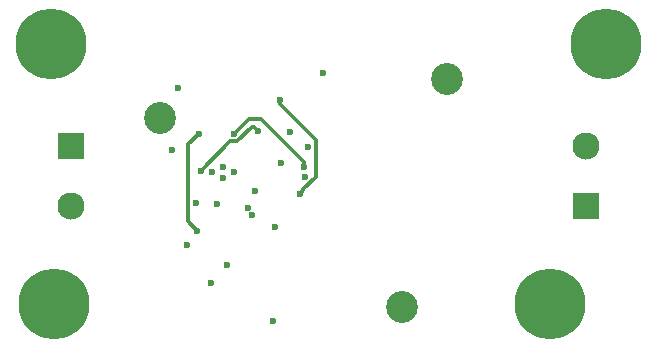
<source format=gbr>
%TF.GenerationSoftware,KiCad,Pcbnew,9.0.1*%
%TF.CreationDate,2025-05-14T23:35:05-05:00*%
%TF.ProjectId,Project-Star,50726f6a-6563-4742-9d53-7461722e6b69,rev?*%
%TF.SameCoordinates,Original*%
%TF.FileFunction,Copper,L2,Inr*%
%TF.FilePolarity,Positive*%
%FSLAX46Y46*%
G04 Gerber Fmt 4.6, Leading zero omitted, Abs format (unit mm)*
G04 Created by KiCad (PCBNEW 9.0.1) date 2025-05-14 23:35:05*
%MOMM*%
%LPD*%
G01*
G04 APERTURE LIST*
%TA.AperFunction,ComponentPad*%
%ADD10C,2.700000*%
%TD*%
%TA.AperFunction,ComponentPad*%
%ADD11R,2.300000X2.300000*%
%TD*%
%TA.AperFunction,ComponentPad*%
%ADD12C,2.300000*%
%TD*%
%TA.AperFunction,ComponentPad*%
%ADD13C,6.000000*%
%TD*%
%TA.AperFunction,ViaPad*%
%ADD14C,0.600000*%
%TD*%
%TA.AperFunction,Conductor*%
%ADD15C,0.300000*%
%TD*%
G04 APERTURE END LIST*
D10*
%TO.N,/20V_Power_Line/Vin*%
%TO.C,VIN*%
X131500000Y-96000000D03*
%TD*%
%TO.N,/20V_Power_Line/Vout*%
%TO.C,VOUT*%
X152000000Y-112000000D03*
%TD*%
%TO.N,GND*%
%TO.C,GND*%
X155790000Y-92750000D03*
%TD*%
D11*
%TO.N,/20V_Power_Line/Vout*%
%TO.C,CN2*%
X167500000Y-103500000D03*
D12*
%TO.N,GND*%
X167500000Y-98420000D03*
%TD*%
D11*
%TO.N,/20V_Power_Line/Vin*%
%TO.C,CN1*%
X123960000Y-98380000D03*
D12*
%TO.N,GND*%
X123960000Y-103460000D03*
%TD*%
D13*
%TO.N,GND*%
%TO.C,H2*%
X122500000Y-111800000D03*
%TD*%
%TO.N,GND*%
%TO.C,H4*%
X169250000Y-89750000D03*
%TD*%
%TO.N,GND*%
%TO.C,H3*%
X122250000Y-89750000D03*
%TD*%
%TO.N,GND*%
%TO.C,H1*%
X164500000Y-111800000D03*
%TD*%
D14*
%TO.N,/20V_Power_Line/Vout*%
X137108976Y-108500000D03*
%TO.N,Net-(U4-SW)*%
X143290000Y-102440000D03*
X141600000Y-94500000D03*
%TO.N,Net-(Q2-G)*%
X134642804Y-105562759D03*
%TO.N,Net-(Q1-G)*%
X143654253Y-100176290D03*
%TO.N,Net-(U4-ILIM)*%
X134927974Y-100500000D03*
X139800000Y-97100000D03*
%TO.N,GND*%
X133750000Y-106750000D03*
X145250000Y-92250000D03*
X136262727Y-103315942D03*
%TO.N,/20V_Power_Line/Vout*%
X135800000Y-110000000D03*
%TO.N,GND*%
X137735000Y-100640000D03*
X139284808Y-104205214D03*
X136800000Y-101090000D03*
%TO.N,Net-(Q2-G)*%
X134750000Y-97354998D03*
%TO.N,GND*%
X134500000Y-103250000D03*
X141250000Y-105235002D03*
X132500000Y-98750000D03*
%TO.N,/20V_Power_Line/Vin*%
X142500000Y-97250000D03*
%TO.N,GND*%
X138889723Y-103610277D03*
%TO.N,/20V_Power_Line/Vin*%
X141750000Y-99869998D03*
%TO.N,GND*%
X139500000Y-102250000D03*
X143750000Y-101000000D03*
X144000000Y-98500000D03*
%TO.N,Net-(Q1-G)*%
X137735692Y-97360023D03*
%TO.N,GND*%
X133000000Y-93500000D03*
X141000000Y-113250000D03*
X136800000Y-100190000D03*
X135865000Y-100640000D03*
%TD*%
D15*
%TO.N,Net-(U4-SW)*%
X143594176Y-102135824D02*
X143290000Y-102440000D01*
X141600000Y-94850000D02*
X144651000Y-97901000D01*
X144651000Y-101019654D02*
X143594176Y-102076478D01*
X141600000Y-94500000D02*
X141600000Y-94850000D01*
X144651000Y-97901000D02*
X144651000Y-101019654D01*
X143594176Y-102076478D02*
X143594176Y-102135824D01*
%TO.N,Net-(U4-ILIM)*%
X139800000Y-97100000D02*
X139450000Y-96750000D01*
X139450000Y-96750000D02*
X139266369Y-96750000D01*
X139266369Y-96750000D02*
X138005346Y-98011023D01*
X138005346Y-98011023D02*
X137416951Y-98011023D01*
X137416951Y-98011023D02*
X134927974Y-100500000D01*
%TO.N,Net-(Q2-G)*%
X133849000Y-104768955D02*
X134642804Y-105562759D01*
X133849000Y-98255998D02*
X133849000Y-104768955D01*
X134750000Y-97354998D02*
X133849000Y-98255998D01*
%TO.N,Net-(Q1-G)*%
X143654253Y-99733599D02*
X143654253Y-100176290D01*
X140019654Y-96099000D02*
X143654253Y-99733599D01*
X138996715Y-96099000D02*
X140019654Y-96099000D01*
X137735692Y-97360023D02*
X138996715Y-96099000D01*
%TD*%
M02*

</source>
